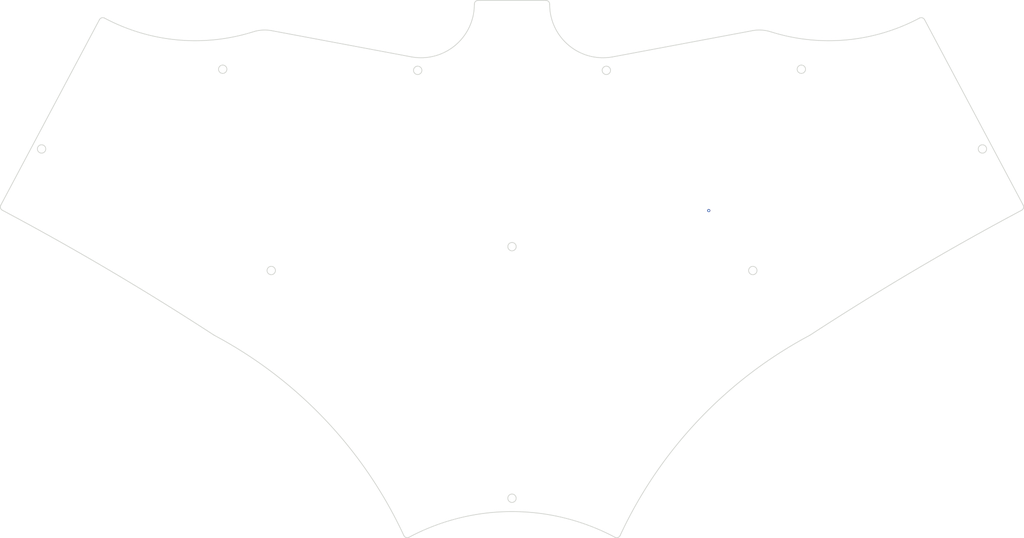
<source format=kicad_pcb>
(kicad_pcb (version 20171130) (host pcbnew "(5.1.6)-1")

  (general
    (thickness 1.6)
    (drawings 37)
    (tracks 1)
    (zones 0)
    (modules 0)
    (nets 1)
  )

  (page A4)
  (layers
    (0 F.Cu signal)
    (31 B.Cu signal)
    (32 B.Adhes user)
    (33 F.Adhes user)
    (34 B.Paste user)
    (35 F.Paste user)
    (36 B.SilkS user)
    (37 F.SilkS user)
    (38 B.Mask user)
    (39 F.Mask user)
    (40 Dwgs.User user)
    (41 Cmts.User user)
    (42 Eco1.User user)
    (43 Eco2.User user)
    (44 Edge.Cuts user)
    (45 Margin user)
    (46 B.CrtYd user)
    (47 F.CrtYd user)
    (48 B.Fab user)
    (49 F.Fab user)
  )

  (setup
    (last_trace_width 0.25)
    (trace_clearance 0.2)
    (zone_clearance 0.508)
    (zone_45_only no)
    (trace_min 0.2)
    (via_size 0.8)
    (via_drill 0.4)
    (via_min_size 0.4)
    (via_min_drill 0.3)
    (uvia_size 0.3)
    (uvia_drill 0.1)
    (uvias_allowed no)
    (uvia_min_size 0.2)
    (uvia_min_drill 0.1)
    (edge_width 0.05)
    (segment_width 0.2)
    (pcb_text_width 0.3)
    (pcb_text_size 1.5 1.5)
    (mod_edge_width 0.12)
    (mod_text_size 1 1)
    (mod_text_width 0.15)
    (pad_size 1.524 1.524)
    (pad_drill 0.762)
    (pad_to_mask_clearance 0.051)
    (solder_mask_min_width 0.25)
    (aux_axis_origin 0 0)
    (visible_elements 7FFFFFFF)
    (pcbplotparams
      (layerselection 0x010fc_ffffffff)
      (usegerberextensions false)
      (usegerberattributes false)
      (usegerberadvancedattributes false)
      (creategerberjobfile false)
      (excludeedgelayer false)
      (linewidth 0.100000)
      (plotframeref false)
      (viasonmask false)
      (mode 1)
      (useauxorigin false)
      (hpglpennumber 1)
      (hpglpenspeed 20)
      (hpglpendiameter 15.000000)
      (psnegative false)
      (psa4output false)
      (plotreference true)
      (plotvalue false)
      (plotinvisibletext false)
      (padsonsilk false)
      (subtractmaskfromsilk false)
      (outputformat 1)
      (mirror false)
      (drillshape 0)
      (scaleselection 1)
      (outputdirectory "gerber/"))
  )

  (net 0 "")

  (net_class Default "This is the default net class."
    (clearance 0.2)
    (trace_width 0.25)
    (via_dia 0.8)
    (via_drill 0.4)
    (uvia_dia 0.3)
    (uvia_drill 0.1)
  )

  (gr_arc (start 232.060034 -18.216488) (end 216.822663 30.139729) (angle -45.48999183) (layer Edge.Cuts) (width 0.2))
  (gr_line (start 283.106071 75.657088) (end 257.214714 26.962529) (layer Edge.Cuts) (width 0.2))
  (gr_arc (start 17.21499 210.328349) (end 120.482186 162.460522) (angle -37.13068692) (layer Edge.Cuts) (width 0.2))
  (gr_arc (start 157.756883 22.891374) (end 158.75688 22.891373) (angle -89.85661465) (layer Edge.Cuts) (width 0.2))
  (gr_arc (start 83.926684 39.677459) (end 85.770175 29.848851) (angle -28.11536521) (layer Edge.Cuts) (width 0.2))
  (gr_arc (start 172.75688 22.96035) (end 158.75688 22.960352) (angle -100.6231765) (layer Edge.Cuts) (width 0.2))
  (gr_line (start 211.973781 29.848815) (end 175.337767 36.720402) (layer Edge.Cuts) (width 0.2))
  (gr_arc (start 213.817271 39.677424) (end 216.822663 30.139729) (angle -28.11317344) (layer Edge.Cuts) (width 0.2))
  (gr_arc (start 15.510644 76.12656) (end 14.627696 75.657088) (angle -90) (layer Edge.Cuts) (width 0.2))
  (gr_arc (start 124.976884 22.958474) (end 122.395997 36.718526) (angle -100.6231816) (layer Edge.Cuts) (width 0.2))
  (gr_arc (start 121.365134 161.99105) (end 120.482186 162.460522) (angle -90) (layer Edge.Cuts) (width 0.2))
  (gr_arc (start 148.861884 213.704915) (end 175.889162 162.873998) (angle -56) (layer Edge.Cuts) (width 0.2))
  (gr_arc (start -325.86829 718.166957) (end 70.651172 109.829508) (angle -5.096646755) (layer Edge.Cuts) (width 0.2))
  (gr_arc (start 65.678594 -18.225631) (end 41.871472 26.549053) (angle -45.49218361) (layer Edge.Cuts) (width 0.2))
  (gr_circle (center 25.3311 60.9053) (end 26.4311 60.9053) (layer Edge.Cuts) (width 0.2))
  (gr_arc (start 282.223123 76.12656) (end 282.692595 77.009508) (angle -90) (layer Edge.Cuts) (width 0.2))
  (gr_line (start 157.759386 21.89138) (end 157.756884 21.891374) (layer Edge.Cuts) (width 0.2))
  (gr_circle (center 72.894369 39.974376) (end 73.994369 39.974376) (layer Edge.Cuts) (width 0.2))
  (gr_circle (center 173.643207 40.265696) (end 174.743207 40.265696) (layer Edge.Cuts) (width 0.2))
  (gr_circle (center 148.868112 86.561602) (end 149.968112 86.561602) (layer Edge.Cuts) (width 0.2))
  (gr_circle (center 212.10375 92.831677) (end 213.20375 92.831677) (layer Edge.Cuts) (width 0.2))
  (gr_line (start 40.519053 26.962529) (end 14.627696 75.657088) (layer Edge.Cuts) (width 0.2))
  (gr_circle (center 224.848418 39.97414) (end 225.948418 39.97414) (layer Edge.Cuts) (width 0.2))
  (gr_circle (center 272.402667 60.9053) (end 273.502667 60.9053) (layer Edge.Cuts) (width 0.2))
  (gr_line (start 158.75688 22.960352) (end 158.75688 22.891373) (layer Edge.Cuts) (width 0.2))
  (gr_line (start 138.976884 22.891373) (end 138.976884 22.958474) (layer Edge.Cuts) (width 0.2))
  (gr_line (start 157.756884 21.891374) (end 139.976884 21.891374) (layer Edge.Cuts) (width 0.2))
  (gr_circle (center 85.640017 92.831677) (end 86.740017 92.831677) (layer Edge.Cuts) (width 0.2))
  (gr_circle (center 124.10056 40.265696) (end 125.20056 40.265696) (layer Edge.Cuts) (width 0.2))
  (gr_arc (start 280.570816 210.407413) (end 227.092595 109.829508) (angle -37.10772957) (layer Edge.Cuts) (width 0.2))
  (gr_arc (start 139.976884 22.891373) (end 139.976884 21.891374) (angle -90) (layer Edge.Cuts) (width 0.2))
  (gr_circle (center 148.861884 152.632548) (end 149.961884 152.632548) (layer Edge.Cuts) (width 0.2))
  (gr_arc (start 256.331767 27.432) (end 257.214714 26.962529) (angle -90) (layer Edge.Cuts) (width 0.2))
  (gr_arc (start 622.954734 716.949518) (end 282.692595 77.009508) (angle -5.105667703) (layer Edge.Cuts) (width 0.2))
  (gr_line (start 122.395997 36.718526) (end 85.770175 29.848851) (layer Edge.Cuts) (width 0.2))
  (gr_arc (start 176.358633 161.99105) (end 175.889162 162.873998) (angle -90) (layer Edge.Cuts) (width 0.2))
  (gr_arc (start 41.402 27.432) (end 41.871472 26.549053) (angle -90) (layer Edge.Cuts) (width 0.2))

  (via (at 200.533 77.089) (size 0.8) (drill 0.4) (layers F.Cu B.Cu) (net 0))

)

</source>
